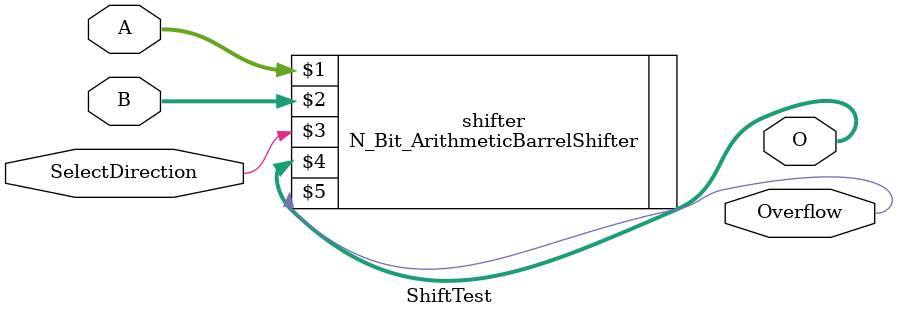
<source format=v>
module ShiftTest(
    input [7:0] A,
    input [7:0] B,
    input SelectDirection,
    output [7:0] O,
    output Overflow
);

    N_Bit_ArithmeticBarrelShifter #(8) shifter(A, B, SelectDirection, O, Overflow);

endmodule

</source>
